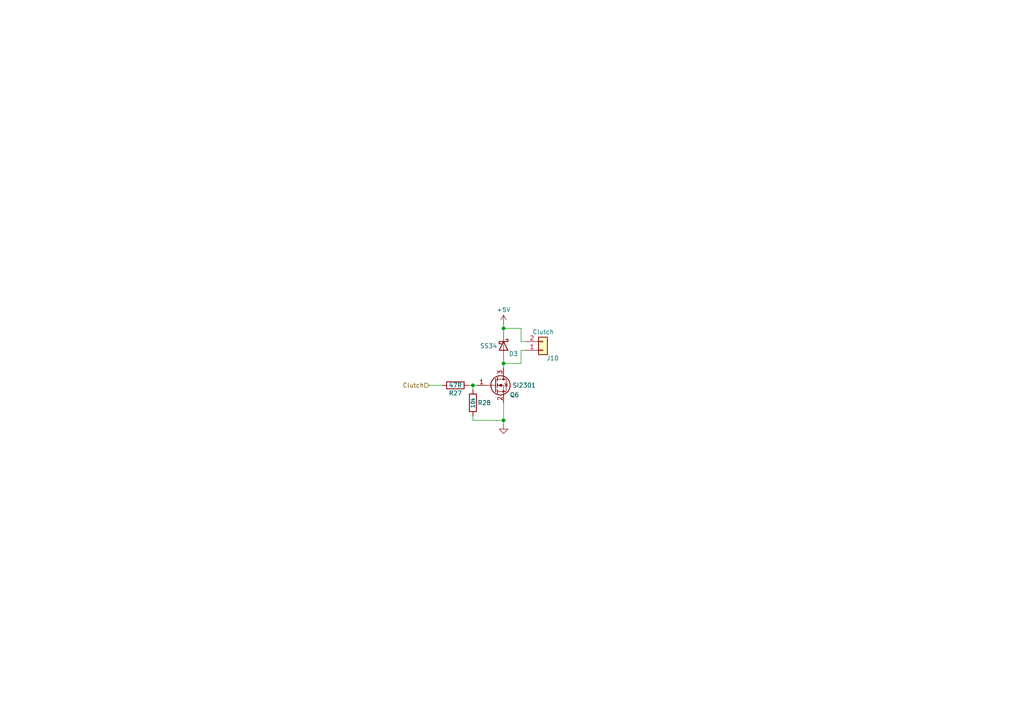
<source format=kicad_sch>
(kicad_sch (version 20231120) (generator "eeschema") (generator_version "8.0")
  (paper "A4")
  (lib_symbols
    (symbol "Connector_Generic:Conn_01x02" (pin_names (offset 1.016) hide)
      (property "Reference" "J" (at 0 2.54 0))
      (property "Value" "Conn_01x02" (at 0 -5.08 0))
      (symbol "Conn_01x02_1_1"
        (rectangle (start -1.27 -2.413) (end 0 -2.667) (stroke (width 0.1524)))
        (rectangle (start -1.27 0.127) (end 0 -0.127) (stroke (width 0.1524)))
        (rectangle (start -1.27 1.27) (end 1.27 -3.81) (stroke (width 0.254)) (fill (type background)))
        (pin passive line (at -5.08 0 0) (length 3.81) (name "Pin_1") (number "1"))
        (pin passive line (at -5.08 -2.54 0) (length 3.81) (name "Pin_2") (number "2"))
      )
    )
    (symbol "Device:Q_NMOS_GSD" (pin_names (offset 0) hide)
      (property "Reference" "Q" (at 5.08 1.27 0))
      (property "Value" "Q_NMOS_GSD" (at 5.08 -1.27 0))
      (symbol "Q_NMOS_GSD_0_1"
        (polyline (pts (xy 0.254 0) (xy -2.54 0)))
        (polyline (pts (xy 0.254 1.905) (xy 0.254 -1.905)) (stroke (width 0.254)))
        (polyline (pts (xy 0.762 -1.27) (xy 0.762 -2.286)) (stroke (width 0.254)))
        (polyline (pts (xy 0.762 0.508) (xy 0.762 -0.508)) (stroke (width 0.254)))
        (polyline (pts (xy 0.762 2.286) (xy 0.762 1.27)) (stroke (width 0.254)))
        (polyline (pts (xy 2.54 2.54) (xy 2.54 1.778)))
        (polyline (pts (xy 2.54 -2.54) (xy 2.54 0) (xy 0.762 0)))
        (polyline (pts (xy 0.762 -1.778) (xy 3.302 -1.778) (xy 3.302 1.778) (xy 0.762 1.778)))
        (polyline (pts (xy 1.016 0) (xy 2.032 0.381) (xy 2.032 -0.381) (xy 1.016 0)) (fill (type outline)))
        (polyline (pts (xy 2.794 0.508) (xy 2.921 0.381) (xy 3.683 0.381) (xy 3.81 0.254)))
        (polyline (pts (xy 3.302 0.381) (xy 2.921 -0.254) (xy 3.683 -0.254) (xy 3.302 0.381)))
        (circle (center 1.651 0) (radius 2.794) (stroke (width 0.254)))
        (circle (center 2.54 -1.778) (radius 0.254) (fill (type outline)))
        (circle (center 2.54 1.778) (radius 0.254) (fill (type outline)))
      )
      (symbol "Q_NMOS_GSD_1_1"
        (pin input line (at -5.08 0 0) (length 2.54) (name "G") (number "1"))
        (pin passive line (at 2.54 -5.08 90) (length 2.54) (name "S") (number "2"))
        (pin passive line (at 2.54 5.08 270) (length 2.54) (name "D") (number "3"))
      )
    )
    (symbol "Device:R" (pin_numbers hide) (pin_names (offset 0))
      (property "Reference" "R" (at 2.032 0 90))
      (property "Value" "R" (at 0 0 90))
      (symbol "R_0_1"
        (rectangle (start -1.016 -2.54) (end 1.016 2.54) (stroke (width 0.254)))
      )
      (symbol "R_1_1"
        (pin passive line (at 0 3.81 270) (length 1.27) (name "~") (number "1"))
        (pin passive line (at 0 -3.81 90) (length 1.27) (name "~") (number "2"))
      )
    )
    (symbol "Diode:SS34" (pin_numbers hide) (pin_names (offset 1.016) hide)
      (property "Reference" "D" (at 0 2.54 0))
      (property "Value" "SS34" (at 0 -2.54 0))
      (symbol "SS34_0_1"
        (polyline (pts (xy 1.27 0) (xy -1.27 0)))
        (polyline (pts (xy 1.27 1.27) (xy 1.27 -1.27) (xy -1.27 0) (xy 1.27 1.27)) (stroke (width 0.254)))
        (polyline (pts (xy -1.905 0.635) (xy -1.905 1.27) (xy -1.27 1.27) (xy -1.27 -1.27) (xy -0.635 -1.27) (xy -0.635 -0.635)) (stroke (width 0.254)))
      )
      (symbol "SS34_1_1"
        (pin passive line (at -3.81 0 0) (length 2.54) (name "K") (number "1"))
        (pin passive line (at 3.81 0 180) (length 2.54) (name "A") (number "2"))
      )
    )
    (symbol "power:+5V" (power) (pin_numbers hide) (pin_names (offset 0) hide)
      (property "Value" "+5V" (at 0 3.556 0))
      (symbol "+5V_0_1"
        (polyline (pts (xy -0.762 1.27) (xy 0 2.54)))
        (polyline (pts (xy 0 0) (xy 0 2.54)))
        (polyline (pts (xy 0 2.54) (xy 0.762 1.27)))
      )
      (symbol "+5V_1_1"
        (pin power_in line (at 0 0 90) (length 0) (name "~") (number "1"))
      )
    )
    (symbol "power:GND" (power) (pin_numbers hide) (pin_names (offset 0) hide)
      (property "Value" "GND" (at 0 -3.81 0))
      (symbol "GND_0_1"
        (polyline (pts (xy 0 0) (xy 0 -1.27) (xy 1.27 -1.27) (xy 0 -2.54) (xy -1.27 -1.27) (xy 0 -1.27)))
      )
      (symbol "GND_1_1"
        (pin power_in line (at 0 0 270) (length 0) (name "~") (number "1"))
      )
    )
  )
  (junction (at 146.05 105.41))
  (junction (at 137.16 111.76))
  (junction (at 146.05 121.92))
  (junction (at 146.05 95.25))
  (wire (pts (xy 137.16 111.76) (xy 137.16 113.03)))
  (wire (pts (xy 137.16 111.76) (xy 138.43 111.76)))
  (wire (pts (xy 135.89 111.76) (xy 137.16 111.76)))
  (wire (pts (xy 151.13 101.6) (xy 152.4 101.6)))
  (wire (pts (xy 146.05 104.14) (xy 146.05 105.41)))
  (wire (pts (xy 137.16 121.92) (xy 146.05 121.92)))
  (wire (pts (xy 146.05 95.25) (xy 151.13 95.25)))
  (wire (pts (xy 137.16 120.65) (xy 137.16 121.92)))
  (wire (pts (xy 146.05 121.92) (xy 146.05 123.19)))
  (wire (pts (xy 151.13 105.41) (xy 151.13 101.6)))
  (wire (pts (xy 124.46 111.76) (xy 128.27 111.76)))
  (wire (pts (xy 151.13 95.25) (xy 151.13 99.06)))
  (wire (pts (xy 146.05 116.84) (xy 146.05 121.92)))
  (wire (pts (xy 146.05 95.25) (xy 146.05 96.52)))
  (wire (pts (xy 146.05 106.68) (xy 146.05 105.41)))
  (wire (pts (xy 151.13 99.06) (xy 152.4 99.06)))
  (wire (pts (xy 146.05 93.98) (xy 146.05 95.25)))
  (wire (pts (xy 146.05 105.41) (xy 151.13 105.41)))
  (hierarchical_label "Clutch" (shape input) (at 124.46 111.76 180))
  (symbol (lib_id "power:+5V") (at 146.05 93.98 0) (unit 1)
    (property "Reference" "#PWR03" (effects (hide yes)))
    (property "Value" "+5V" (at 146.05 89.8469 0))
    (property "Description" "Power symbol creates a global label with name \"+5V\"" (effects (hide yes)))
  )
  (symbol (lib_id "Device:Q_NMOS_GSD") (at 143.51 111.76 0) (unit 1)
    (property "Reference" "Q6" (at 147.828 114.554 0) (effects (justify left)))
    (property "Value" "SI2301" (at 148.59 111.76 0) (effects (justify left)))
    (property "Footprint" "Package_TO_SOT_SMD:SOT-23" (effects (hide yes)))
    (property "Datasheet" "https://www.lcsc.com/datasheet/lcsc_datasheet_1808272021_Vishay-Intertech-SI2301CDS-T1-GE3_C10487.pdf" (effects (hide yes)))
    (property "Description" "N-MOSFET transistor, gate/source/drain" (effects (hide yes)))
    (property "LCSC" "C10487" (effects (hide yes)))
  )
  (symbol (lib_id "Connector_Generic:Conn_01x02") (at 157.48 101.6 0) (mirror x) (unit 1)
    (property "Reference" "J10" (at 158.496 103.886 0) (effects (justify left)))
    (property "Value" "Clutch" (at 154.432 96.266 0) (effects (justify left)))
    (property "Footprint" "Connector_PinHeader_2.54mm:PinHeader_1x02_P2.54mm_Vertical" (effects (hide yes)))
    (property "Description" "Generic connector, single row, 01x02, script generated (kicad-library-utils/schlib/autogen/connector/)" (effects (hide yes)))
    (property "LCSC" "C7494857" (effects (hide yes)))
  )
  (symbol (lib_id "Diode:SS34") (at 146.05 100.33 270) (unit 1)
    (property "Reference" "D3" (at 147.574 102.616 90) (effects (justify left)))
    (property "Value" "SS34" (at 139.192 100.33 90) (effects (justify left)))
    (property "Footprint" "Diode_SMD:D_SMA" (effects (hide yes)))
    (property "Datasheet" "https://www.vishay.com/docs/88751/ss32.pdf" (effects (hide yes)))
    (property "Description" "40V 3A Schottky Diode, SMA" (effects (hide yes)))
    (property "LCSC" "C8678" (effects (hide yes)))
  )
  (symbol (lib_id "Device:R") (at 137.16 116.84 0) (mirror y) (unit 1)
    (property "Reference" "R28" (at 140.462 116.84 0))
    (property "Value" "10k" (at 137.16 116.84 90) (effects (font (size 1.0922 1.0922))))
    (property "Footprint" "Resistor_SMD:R_0805_2012Metric" (effects (hide yes)))
    (property "Description" "Resistor" (effects (hide yes)))
    (property "LCSC" "C17414" (effects (hide yes)))
  )
  (symbol (lib_id "Device:R") (at 132.08 111.76 270) (unit 1)
    (property "Reference" "R27" (at 132.08 114.046 90))
    (property "Value" "47R" (at 132.08 111.76 90))
    (property "Footprint" "Resistor_SMD:R_0805_2012Metric" (effects (hide yes)))
    (property "Description" "Resistor" (effects (hide yes)))
    (property "LCSC" "C17714" (effects (hide yes)))
  )
  (symbol (lib_id "power:GND") (at 146.05 123.19 0) (mirror y) (unit 1)
    (property "Reference" "#PWR05" (effects (hide yes)))
    (property "Value" "GND" (effects (hide yes)))
    (property "Description" "Power symbol creates a global label with name \"GND\" , ground" (effects (hide yes)))
  )
)
</source>
